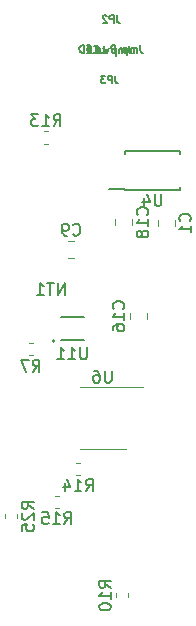
<source format=gbr>
G04 #@! TF.GenerationSoftware,KiCad,Pcbnew,(5.0.1)-rc2*
G04 #@! TF.CreationDate,2019-03-09T00:38:12-07:00*
G04 #@! TF.ProjectId,weatherStation,7765617468657253746174696F6E2E6B,rev?*
G04 #@! TF.SameCoordinates,Original*
G04 #@! TF.FileFunction,Legend,Bot*
G04 #@! TF.FilePolarity,Positive*
%FSLAX46Y46*%
G04 Gerber Fmt 4.6, Leading zero omitted, Abs format (unit mm)*
G04 Created by KiCad (PCBNEW (5.0.1)-rc2) date 3/9/2019 12:38:12 AM*
%MOMM*%
%LPD*%
G01*
G04 APERTURE LIST*
%ADD10C,0.120000*%
%ADD11C,0.150000*%
%ADD12C,0.127000*%
G04 APERTURE END LIST*
D10*
G04 #@! TO.C,C1*
X110440400Y-70491878D02*
X110440400Y-69974722D01*
X111860400Y-70491878D02*
X111860400Y-69974722D01*
G04 #@! TO.C,C9*
X103359478Y-73201600D02*
X102842322Y-73201600D01*
X103359478Y-71781600D02*
X102842322Y-71781600D01*
G04 #@! TO.C,C16*
X108103600Y-77871822D02*
X108103600Y-78388978D01*
X109523600Y-77871822D02*
X109523600Y-78388978D01*
G04 #@! TO.C,C18*
X108253600Y-70436478D02*
X108253600Y-69919322D01*
X106833600Y-70436478D02*
X106833600Y-69919322D01*
G04 #@! TO.C,R7*
X99506821Y-81434400D02*
X99832379Y-81434400D01*
X99506821Y-80414400D02*
X99832379Y-80414400D01*
G04 #@! TO.C,R13*
X101127779Y-63502000D02*
X100802221Y-63502000D01*
X101127779Y-62482000D02*
X100802221Y-62482000D01*
G04 #@! TO.C,R14*
X103545321Y-91543600D02*
X103870879Y-91543600D01*
X103545321Y-90523600D02*
X103870879Y-90523600D01*
G04 #@! TO.C,R15*
X101716521Y-93317600D02*
X102042079Y-93317600D01*
X101716521Y-94337600D02*
X102042079Y-94337600D01*
G04 #@! TO.C,R25*
X98554000Y-95222279D02*
X98554000Y-94896721D01*
X97534000Y-95222279D02*
X97534000Y-94896721D01*
D11*
G04 #@! TO.C,U4*
X107657000Y-67411000D02*
X107657000Y-67311000D01*
X112307000Y-67411000D02*
X112307000Y-67211000D01*
X112307000Y-64161000D02*
X112307000Y-64361000D01*
X107657000Y-64161000D02*
X107657000Y-64361000D01*
X107657000Y-67411000D02*
X112307000Y-67411000D01*
X107657000Y-64161000D02*
X112307000Y-64161000D01*
X107657000Y-67311000D02*
X106307000Y-67311000D01*
D10*
G04 #@! TO.C,U6*
X105765600Y-89401400D02*
X103815600Y-89401400D01*
X105765600Y-89401400D02*
X107715600Y-89401400D01*
X105765600Y-84131400D02*
X103815600Y-84131400D01*
X105765600Y-84131400D02*
X109215600Y-84131400D01*
D11*
G04 #@! TO.C,U11*
X102209600Y-78162400D02*
X104209600Y-78162400D01*
X104209600Y-80162400D02*
X102209600Y-80162400D01*
X101680311Y-80212400D02*
G75*
G03X101680311Y-80212400I-70711J0D01*
G01*
D10*
G04 #@! TO.C,R10*
X106932000Y-101589621D02*
X106932000Y-101915179D01*
X107952000Y-101589621D02*
X107952000Y-101915179D01*
G04 #@! TO.C,C1*
D11*
X113157542Y-70066633D02*
X113205161Y-70019014D01*
X113252780Y-69876157D01*
X113252780Y-69780919D01*
X113205161Y-69638061D01*
X113109923Y-69542823D01*
X113014685Y-69495204D01*
X112824209Y-69447585D01*
X112681352Y-69447585D01*
X112490876Y-69495204D01*
X112395638Y-69542823D01*
X112300400Y-69638061D01*
X112252780Y-69780919D01*
X112252780Y-69876157D01*
X112300400Y-70019014D01*
X112348019Y-70066633D01*
X113252780Y-71019014D02*
X113252780Y-70447585D01*
X113252780Y-70733300D02*
X112252780Y-70733300D01*
X112395638Y-70638061D01*
X112490876Y-70542823D01*
X112538495Y-70447585D01*
G04 #@! TO.C,C9*
X103267566Y-71198742D02*
X103315185Y-71246361D01*
X103458042Y-71293980D01*
X103553280Y-71293980D01*
X103696138Y-71246361D01*
X103791376Y-71151123D01*
X103838995Y-71055885D01*
X103886614Y-70865409D01*
X103886614Y-70722552D01*
X103838995Y-70532076D01*
X103791376Y-70436838D01*
X103696138Y-70341600D01*
X103553280Y-70293980D01*
X103458042Y-70293980D01*
X103315185Y-70341600D01*
X103267566Y-70389219D01*
X102791376Y-71293980D02*
X102600900Y-71293980D01*
X102505661Y-71246361D01*
X102458042Y-71198742D01*
X102362804Y-71055885D01*
X102315185Y-70865409D01*
X102315185Y-70484457D01*
X102362804Y-70389219D01*
X102410423Y-70341600D01*
X102505661Y-70293980D01*
X102696138Y-70293980D01*
X102791376Y-70341600D01*
X102838995Y-70389219D01*
X102886614Y-70484457D01*
X102886614Y-70722552D01*
X102838995Y-70817790D01*
X102791376Y-70865409D01*
X102696138Y-70913028D01*
X102505661Y-70913028D01*
X102410423Y-70865409D01*
X102362804Y-70817790D01*
X102315185Y-70722552D01*
G04 #@! TO.C,C16*
X107520742Y-77487542D02*
X107568361Y-77439923D01*
X107615980Y-77297066D01*
X107615980Y-77201828D01*
X107568361Y-77058971D01*
X107473123Y-76963733D01*
X107377885Y-76916114D01*
X107187409Y-76868495D01*
X107044552Y-76868495D01*
X106854076Y-76916114D01*
X106758838Y-76963733D01*
X106663600Y-77058971D01*
X106615980Y-77201828D01*
X106615980Y-77297066D01*
X106663600Y-77439923D01*
X106711219Y-77487542D01*
X107615980Y-78439923D02*
X107615980Y-77868495D01*
X107615980Y-78154209D02*
X106615980Y-78154209D01*
X106758838Y-78058971D01*
X106854076Y-77963733D01*
X106901695Y-77868495D01*
X106615980Y-79297066D02*
X106615980Y-79106590D01*
X106663600Y-79011352D01*
X106711219Y-78963733D01*
X106854076Y-78868495D01*
X107044552Y-78820876D01*
X107425504Y-78820876D01*
X107520742Y-78868495D01*
X107568361Y-78916114D01*
X107615980Y-79011352D01*
X107615980Y-79201828D01*
X107568361Y-79297066D01*
X107520742Y-79344685D01*
X107425504Y-79392304D01*
X107187409Y-79392304D01*
X107092171Y-79344685D01*
X107044552Y-79297066D01*
X106996933Y-79201828D01*
X106996933Y-79011352D01*
X107044552Y-78916114D01*
X107092171Y-78868495D01*
X107187409Y-78820876D01*
G04 #@! TO.C,C18*
X109550742Y-69535042D02*
X109598361Y-69487423D01*
X109645980Y-69344566D01*
X109645980Y-69249328D01*
X109598361Y-69106471D01*
X109503123Y-69011233D01*
X109407885Y-68963614D01*
X109217409Y-68915995D01*
X109074552Y-68915995D01*
X108884076Y-68963614D01*
X108788838Y-69011233D01*
X108693600Y-69106471D01*
X108645980Y-69249328D01*
X108645980Y-69344566D01*
X108693600Y-69487423D01*
X108741219Y-69535042D01*
X109645980Y-70487423D02*
X109645980Y-69915995D01*
X109645980Y-70201709D02*
X108645980Y-70201709D01*
X108788838Y-70106471D01*
X108884076Y-70011233D01*
X108931695Y-69915995D01*
X109074552Y-71058852D02*
X109026933Y-70963614D01*
X108979314Y-70915995D01*
X108884076Y-70868376D01*
X108836457Y-70868376D01*
X108741219Y-70915995D01*
X108693600Y-70963614D01*
X108645980Y-71058852D01*
X108645980Y-71249328D01*
X108693600Y-71344566D01*
X108741219Y-71392185D01*
X108836457Y-71439804D01*
X108884076Y-71439804D01*
X108979314Y-71392185D01*
X109026933Y-71344566D01*
X109074552Y-71249328D01*
X109074552Y-71058852D01*
X109122171Y-70963614D01*
X109169790Y-70915995D01*
X109265028Y-70868376D01*
X109455504Y-70868376D01*
X109550742Y-70915995D01*
X109598361Y-70963614D01*
X109645980Y-71058852D01*
X109645980Y-71249328D01*
X109598361Y-71344566D01*
X109550742Y-71392185D01*
X109455504Y-71439804D01*
X109265028Y-71439804D01*
X109169790Y-71392185D01*
X109122171Y-71344566D01*
X109074552Y-71249328D01*
G04 #@! TO.C,R7*
X99836266Y-82806780D02*
X100169600Y-82330590D01*
X100407695Y-82806780D02*
X100407695Y-81806780D01*
X100026742Y-81806780D01*
X99931504Y-81854400D01*
X99883885Y-81902019D01*
X99836266Y-81997257D01*
X99836266Y-82140114D01*
X99883885Y-82235352D01*
X99931504Y-82282971D01*
X100026742Y-82330590D01*
X100407695Y-82330590D01*
X99502933Y-81806780D02*
X98836266Y-81806780D01*
X99264838Y-82806780D01*
G04 #@! TO.C,R13*
X101607857Y-62014380D02*
X101941190Y-61538190D01*
X102179285Y-62014380D02*
X102179285Y-61014380D01*
X101798333Y-61014380D01*
X101703095Y-61062000D01*
X101655476Y-61109619D01*
X101607857Y-61204857D01*
X101607857Y-61347714D01*
X101655476Y-61442952D01*
X101703095Y-61490571D01*
X101798333Y-61538190D01*
X102179285Y-61538190D01*
X100655476Y-62014380D02*
X101226904Y-62014380D01*
X100941190Y-62014380D02*
X100941190Y-61014380D01*
X101036428Y-61157238D01*
X101131666Y-61252476D01*
X101226904Y-61300095D01*
X100322142Y-61014380D02*
X99703095Y-61014380D01*
X100036428Y-61395333D01*
X99893571Y-61395333D01*
X99798333Y-61442952D01*
X99750714Y-61490571D01*
X99703095Y-61585809D01*
X99703095Y-61823904D01*
X99750714Y-61919142D01*
X99798333Y-61966761D01*
X99893571Y-62014380D01*
X100179285Y-62014380D01*
X100274523Y-61966761D01*
X100322142Y-61919142D01*
G04 #@! TO.C,R14*
X104350957Y-92915980D02*
X104684290Y-92439790D01*
X104922385Y-92915980D02*
X104922385Y-91915980D01*
X104541433Y-91915980D01*
X104446195Y-91963600D01*
X104398576Y-92011219D01*
X104350957Y-92106457D01*
X104350957Y-92249314D01*
X104398576Y-92344552D01*
X104446195Y-92392171D01*
X104541433Y-92439790D01*
X104922385Y-92439790D01*
X103398576Y-92915980D02*
X103970004Y-92915980D01*
X103684290Y-92915980D02*
X103684290Y-91915980D01*
X103779528Y-92058838D01*
X103874766Y-92154076D01*
X103970004Y-92201695D01*
X102541433Y-92249314D02*
X102541433Y-92915980D01*
X102779528Y-91868361D02*
X103017623Y-92582647D01*
X102398576Y-92582647D01*
G04 #@! TO.C,R15*
X102522157Y-95709980D02*
X102855490Y-95233790D01*
X103093585Y-95709980D02*
X103093585Y-94709980D01*
X102712633Y-94709980D01*
X102617395Y-94757600D01*
X102569776Y-94805219D01*
X102522157Y-94900457D01*
X102522157Y-95043314D01*
X102569776Y-95138552D01*
X102617395Y-95186171D01*
X102712633Y-95233790D01*
X103093585Y-95233790D01*
X101569776Y-95709980D02*
X102141204Y-95709980D01*
X101855490Y-95709980D02*
X101855490Y-94709980D01*
X101950728Y-94852838D01*
X102045966Y-94948076D01*
X102141204Y-94995695D01*
X100665014Y-94709980D02*
X101141204Y-94709980D01*
X101188823Y-95186171D01*
X101141204Y-95138552D01*
X101045966Y-95090933D01*
X100807871Y-95090933D01*
X100712633Y-95138552D01*
X100665014Y-95186171D01*
X100617395Y-95281409D01*
X100617395Y-95519504D01*
X100665014Y-95614742D01*
X100712633Y-95662361D01*
X100807871Y-95709980D01*
X101045966Y-95709980D01*
X101141204Y-95662361D01*
X101188823Y-95614742D01*
G04 #@! TO.C,R25*
X99926380Y-94416642D02*
X99450190Y-94083309D01*
X99926380Y-93845214D02*
X98926380Y-93845214D01*
X98926380Y-94226166D01*
X98974000Y-94321404D01*
X99021619Y-94369023D01*
X99116857Y-94416642D01*
X99259714Y-94416642D01*
X99354952Y-94369023D01*
X99402571Y-94321404D01*
X99450190Y-94226166D01*
X99450190Y-93845214D01*
X99021619Y-94797595D02*
X98974000Y-94845214D01*
X98926380Y-94940452D01*
X98926380Y-95178547D01*
X98974000Y-95273785D01*
X99021619Y-95321404D01*
X99116857Y-95369023D01*
X99212095Y-95369023D01*
X99354952Y-95321404D01*
X99926380Y-94749976D01*
X99926380Y-95369023D01*
X98926380Y-96273785D02*
X98926380Y-95797595D01*
X99402571Y-95749976D01*
X99354952Y-95797595D01*
X99307333Y-95892833D01*
X99307333Y-96130928D01*
X99354952Y-96226166D01*
X99402571Y-96273785D01*
X99497809Y-96321404D01*
X99735904Y-96321404D01*
X99831142Y-96273785D01*
X99878761Y-96226166D01*
X99926380Y-96130928D01*
X99926380Y-95892833D01*
X99878761Y-95797595D01*
X99831142Y-95749976D01*
G04 #@! TO.C,U4*
X110743904Y-67788380D02*
X110743904Y-68597904D01*
X110696285Y-68693142D01*
X110648666Y-68740761D01*
X110553428Y-68788380D01*
X110362952Y-68788380D01*
X110267714Y-68740761D01*
X110220095Y-68693142D01*
X110172476Y-68597904D01*
X110172476Y-67788380D01*
X109267714Y-68121714D02*
X109267714Y-68788380D01*
X109505809Y-67740761D02*
X109743904Y-68455047D01*
X109124857Y-68455047D01*
G04 #@! TO.C,U6*
X106527504Y-82738780D02*
X106527504Y-83548304D01*
X106479885Y-83643542D01*
X106432266Y-83691161D01*
X106337028Y-83738780D01*
X106146552Y-83738780D01*
X106051314Y-83691161D01*
X106003695Y-83643542D01*
X105956076Y-83548304D01*
X105956076Y-82738780D01*
X105051314Y-82738780D02*
X105241790Y-82738780D01*
X105337028Y-82786400D01*
X105384647Y-82834019D01*
X105479885Y-82976876D01*
X105527504Y-83167352D01*
X105527504Y-83548304D01*
X105479885Y-83643542D01*
X105432266Y-83691161D01*
X105337028Y-83738780D01*
X105146552Y-83738780D01*
X105051314Y-83691161D01*
X105003695Y-83643542D01*
X104956076Y-83548304D01*
X104956076Y-83310209D01*
X105003695Y-83214971D01*
X105051314Y-83167352D01*
X105146552Y-83119733D01*
X105337028Y-83119733D01*
X105432266Y-83167352D01*
X105479885Y-83214971D01*
X105527504Y-83310209D01*
G04 #@! TO.C,U11*
X104447695Y-80764780D02*
X104447695Y-81574304D01*
X104400076Y-81669542D01*
X104352457Y-81717161D01*
X104257219Y-81764780D01*
X104066742Y-81764780D01*
X103971504Y-81717161D01*
X103923885Y-81669542D01*
X103876266Y-81574304D01*
X103876266Y-80764780D01*
X102876266Y-81764780D02*
X103447695Y-81764780D01*
X103161980Y-81764780D02*
X103161980Y-80764780D01*
X103257219Y-80907638D01*
X103352457Y-81002876D01*
X103447695Y-81050495D01*
X101923885Y-81764780D02*
X102495314Y-81764780D01*
X102209600Y-81764780D02*
X102209600Y-80764780D01*
X102304838Y-80907638D01*
X102400076Y-81002876D01*
X102495314Y-81050495D01*
G04 #@! TO.C,R10*
X106464380Y-101109542D02*
X105988190Y-100776209D01*
X106464380Y-100538114D02*
X105464380Y-100538114D01*
X105464380Y-100919066D01*
X105512000Y-101014304D01*
X105559619Y-101061923D01*
X105654857Y-101109542D01*
X105797714Y-101109542D01*
X105892952Y-101061923D01*
X105940571Y-101014304D01*
X105988190Y-100919066D01*
X105988190Y-100538114D01*
X106464380Y-102061923D02*
X106464380Y-101490495D01*
X106464380Y-101776209D02*
X105464380Y-101776209D01*
X105607238Y-101680971D01*
X105702476Y-101585733D01*
X105750095Y-101490495D01*
X105464380Y-102680971D02*
X105464380Y-102776209D01*
X105512000Y-102871447D01*
X105559619Y-102919066D01*
X105654857Y-102966685D01*
X105845333Y-103014304D01*
X106083428Y-103014304D01*
X106273904Y-102966685D01*
X106369142Y-102919066D01*
X106416761Y-102871447D01*
X106464380Y-102776209D01*
X106464380Y-102680971D01*
X106416761Y-102585733D01*
X106369142Y-102538114D01*
X106273904Y-102490495D01*
X106083428Y-102442876D01*
X105845333Y-102442876D01*
X105654857Y-102490495D01*
X105559619Y-102538114D01*
X105512000Y-102585733D01*
X105464380Y-102680971D01*
G04 #@! TO.C,JP2*
D12*
X106984800Y-52650571D02*
X106984800Y-53086000D01*
X107013828Y-53173085D01*
X107071885Y-53231142D01*
X107158971Y-53260171D01*
X107217028Y-53260171D01*
X106694514Y-53260171D02*
X106694514Y-52650571D01*
X106462285Y-52650571D01*
X106404228Y-52679600D01*
X106375200Y-52708628D01*
X106346171Y-52766685D01*
X106346171Y-52853771D01*
X106375200Y-52911828D01*
X106404228Y-52940857D01*
X106462285Y-52969885D01*
X106694514Y-52969885D01*
X106113942Y-52708628D02*
X106084914Y-52679600D01*
X106026857Y-52650571D01*
X105881714Y-52650571D01*
X105823657Y-52679600D01*
X105794628Y-52708628D01*
X105765600Y-52766685D01*
X105765600Y-52824742D01*
X105794628Y-52911828D01*
X106142971Y-53260171D01*
X105765600Y-53260171D01*
X108944228Y-55190571D02*
X108944228Y-55626000D01*
X108973257Y-55713085D01*
X109031314Y-55771142D01*
X109118400Y-55800171D01*
X109176457Y-55800171D01*
X108653942Y-55800171D02*
X108653942Y-55393771D01*
X108653942Y-55451828D02*
X108624914Y-55422800D01*
X108566857Y-55393771D01*
X108479771Y-55393771D01*
X108421714Y-55422800D01*
X108392685Y-55480857D01*
X108392685Y-55800171D01*
X108392685Y-55480857D02*
X108363657Y-55422800D01*
X108305600Y-55393771D01*
X108218514Y-55393771D01*
X108160457Y-55422800D01*
X108131428Y-55480857D01*
X108131428Y-55800171D01*
X107841142Y-55393771D02*
X107841142Y-56003371D01*
X107841142Y-55422800D02*
X107783085Y-55393771D01*
X107666971Y-55393771D01*
X107608914Y-55422800D01*
X107579885Y-55451828D01*
X107550857Y-55509885D01*
X107550857Y-55684057D01*
X107579885Y-55742114D01*
X107608914Y-55771142D01*
X107666971Y-55800171D01*
X107783085Y-55800171D01*
X107841142Y-55771142D01*
X106825142Y-55800171D02*
X106825142Y-55190571D01*
X106592914Y-55190571D01*
X106534857Y-55219600D01*
X106505828Y-55248628D01*
X106476800Y-55306685D01*
X106476800Y-55393771D01*
X106505828Y-55451828D01*
X106534857Y-55480857D01*
X106592914Y-55509885D01*
X106825142Y-55509885D01*
X106273600Y-55393771D02*
X106157485Y-55800171D01*
X106041371Y-55509885D01*
X105925257Y-55800171D01*
X105809142Y-55393771D01*
X105576914Y-55800171D02*
X105576914Y-55393771D01*
X105576914Y-55509885D02*
X105547885Y-55451828D01*
X105518857Y-55422800D01*
X105460800Y-55393771D01*
X105402742Y-55393771D01*
X104909257Y-55800171D02*
X105199542Y-55800171D01*
X105199542Y-55190571D01*
X104706057Y-55480857D02*
X104502857Y-55480857D01*
X104415771Y-55800171D02*
X104706057Y-55800171D01*
X104706057Y-55190571D01*
X104415771Y-55190571D01*
X104154514Y-55800171D02*
X104154514Y-55190571D01*
X104009371Y-55190571D01*
X103922285Y-55219600D01*
X103864228Y-55277657D01*
X103835200Y-55335714D01*
X103806171Y-55451828D01*
X103806171Y-55538914D01*
X103835200Y-55655028D01*
X103864228Y-55713085D01*
X103922285Y-55771142D01*
X104009371Y-55800171D01*
X104154514Y-55800171D01*
G04 #@! TO.C,JP3*
X106832400Y-57781371D02*
X106832400Y-58216800D01*
X106861428Y-58303885D01*
X106919485Y-58361942D01*
X107006571Y-58390971D01*
X107064628Y-58390971D01*
X106542114Y-58390971D02*
X106542114Y-57781371D01*
X106309885Y-57781371D01*
X106251828Y-57810400D01*
X106222800Y-57839428D01*
X106193771Y-57897485D01*
X106193771Y-57984571D01*
X106222800Y-58042628D01*
X106251828Y-58071657D01*
X106309885Y-58100685D01*
X106542114Y-58100685D01*
X105990571Y-57781371D02*
X105613200Y-57781371D01*
X105816400Y-58013600D01*
X105729314Y-58013600D01*
X105671257Y-58042628D01*
X105642228Y-58071657D01*
X105613200Y-58129714D01*
X105613200Y-58274857D01*
X105642228Y-58332914D01*
X105671257Y-58361942D01*
X105729314Y-58390971D01*
X105903485Y-58390971D01*
X105961542Y-58361942D01*
X105990571Y-58332914D01*
X107979028Y-55241371D02*
X107979028Y-55676800D01*
X108008057Y-55763885D01*
X108066114Y-55821942D01*
X108153200Y-55850971D01*
X108211257Y-55850971D01*
X107688742Y-55850971D02*
X107688742Y-55444571D01*
X107688742Y-55502628D02*
X107659714Y-55473600D01*
X107601657Y-55444571D01*
X107514571Y-55444571D01*
X107456514Y-55473600D01*
X107427485Y-55531657D01*
X107427485Y-55850971D01*
X107427485Y-55531657D02*
X107398457Y-55473600D01*
X107340400Y-55444571D01*
X107253314Y-55444571D01*
X107195257Y-55473600D01*
X107166228Y-55531657D01*
X107166228Y-55850971D01*
X106875942Y-55444571D02*
X106875942Y-56054171D01*
X106875942Y-55473600D02*
X106817885Y-55444571D01*
X106701771Y-55444571D01*
X106643714Y-55473600D01*
X106614685Y-55502628D01*
X106585657Y-55560685D01*
X106585657Y-55734857D01*
X106614685Y-55792914D01*
X106643714Y-55821942D01*
X106701771Y-55850971D01*
X106817885Y-55850971D01*
X106875942Y-55821942D01*
X105569657Y-55850971D02*
X105859942Y-55850971D01*
X105859942Y-55241371D01*
X105366457Y-55531657D02*
X105163257Y-55531657D01*
X105076171Y-55850971D02*
X105366457Y-55850971D01*
X105366457Y-55241371D01*
X105076171Y-55241371D01*
X104814914Y-55850971D02*
X104814914Y-55241371D01*
X104669771Y-55241371D01*
X104582685Y-55270400D01*
X104524628Y-55328457D01*
X104495600Y-55386514D01*
X104466571Y-55502628D01*
X104466571Y-55589714D01*
X104495600Y-55705828D01*
X104524628Y-55763885D01*
X104582685Y-55821942D01*
X104669771Y-55850971D01*
X104814914Y-55850971D01*
G04 #@! TO.C,NT1*
D11*
X102539657Y-76285580D02*
X102539657Y-75285580D01*
X101968228Y-76285580D01*
X101968228Y-75285580D01*
X101634895Y-75285580D02*
X101063466Y-75285580D01*
X101349180Y-76285580D02*
X101349180Y-75285580D01*
X100206323Y-76285580D02*
X100777752Y-76285580D01*
X100492038Y-76285580D02*
X100492038Y-75285580D01*
X100587276Y-75428438D01*
X100682514Y-75523676D01*
X100777752Y-75571295D01*
G04 #@! TD*
M02*

</source>
